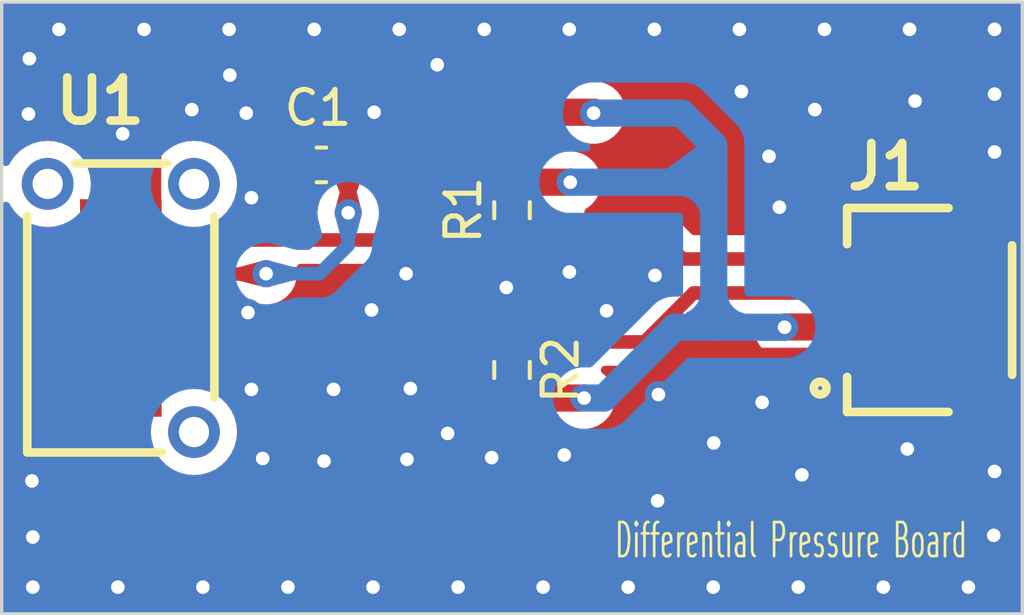
<source format=kicad_pcb>
(kicad_pcb (version 20221018) (generator pcbnew)
  (layers (0 "F.Cu" signal) (31 "B.Cu" signal) (34 "B.Paste" user) (35 "F.Paste" user) (36 "B.SilkS" user "B.Silkscreen") (37 "F.SilkS" user "F.Silkscreen") (38 "B.Mask" user) (39 "F.Mask" user) (44 "Edge.Cuts" user))
  (net 0 "")
  (net 1 "+3.3V")
  (net 2 "GND")
  (net 3 "/SDA")
  (net 4 "/SCL")
  (footprint "Capacitor_SMD:C_0603_1608Metric" (layer "F.Cu") (at 109.3978 86.7918 180)
    (fp_text reference "C1" (at 0.1016 1.6764) (layer "F.SilkS"))
    (fp_text value "100n" hide)
    (fp_line (start -0.14058 -0.51) (end 0.14058 -0.51) (stroke (width 0.12)) (layer "F.SilkS"))
    (fp_line (start -0.14058 0.51) (end 0.14058 0.51) (stroke (width 0.12)) (layer "F.SilkS"))
    (pad "1" smd roundrect (at -0.775 0 180) (size 0.9 0.95) (layers "F.Cu" "F.Paste" "F.Mask") (net 1 "+3.3V"))
    (pad "2" smd roundrect (at 0.775 0 180) (size 0.9 0.95) (layers "F.Cu" "F.Paste" "F.Mask") (net 2 "GND"))
  )
  (footprint "Resistor_SMD:R_0603_1608Metric" (layer "F.Cu") (at 115 92.8238 -90)
    (fp_text reference "R2" (at 0 -1.43 90) (layer "F.SilkS"))
    (fp_text value "10k" hide)
    (fp_line (start -0.237258 -0.5225) (end 0.237258 -0.5225) (stroke (width 0.12)) (layer "F.SilkS"))
    (fp_line (start -0.237258 0.5225) (end 0.237258 0.5225) (stroke (width 0.12)) (layer "F.SilkS"))
    (pad "1" smd roundrect (at -0.825 0 270) (size 0.8 0.95) (layers "F.Cu" "F.Paste" "F.Mask") (net 4 "/SCL"))
    (pad "2" smd roundrect (at 0.825 0 270) (size 0.8 0.95) (layers "F.Cu" "F.Paste" "F.Mask") (net 1 "+3.3V"))
  )
  (footprint "SM04B:SM04B-SRSS-TB_LFSN_" (layer "F.Cu") (at 129.7 94.059 90)
    (fp_text reference "J1" (at 7.2164 -3.716 180) (layer "F.SilkS") (effects (font (size 1.27 1.27) (thickness 0.254))))
    (fp_text value "SM04B-SRSS-TB_LFSN_" hide)
    (fp_line (start 0 -4.85) (end 0 -1.87) (stroke (width 0.254)) (layer "F.SilkS"))
    (fp_line (start 0 -4.85) (end 1.029 -4.85) (stroke (width 0.254)) (layer "F.SilkS"))
    (fp_line (start 1.094 0) (end 4.903 0) (stroke (width 0.254)) (layer "F.SilkS"))
    (fp_line (start 6 -4.85) (end 4.937 -4.85) (stroke (width 0.254)) (layer "F.SilkS"))
    (fp_line (start 6 -4.85) (end 6 -1.87) (stroke (width 0.254)) (layer "F.SilkS"))
    (fp_circle (center 0.702 -5.642) (end 0.702 -5.58163) (stroke (width 0.254)) (fill none) (layer "F.SilkS"))
    (pad "1" smd rect (at 1.5 -4.661 90) (size 0.6 1.55) (layers "F.Cu" "F.Paste" "F.Mask") (net 2 "GND"))
    (pad "2" smd rect (at 2.5 -4.661 90) (size 0.6 1.55) (layers "F.Cu" "F.Paste" "F.Mask") (net 1 "+3.3V"))
    (pad "3" smd rect (at 3.5 -4.661 90) (size 0.6 1.55) (layers "F.Cu" "F.Paste" "F.Mask") (net 4 "/SCL"))
    (pad "4" smd rect (at 4.5 -4.661 90) (size 0.6 1.55) (layers "F.Cu" "F.Paste" "F.Mask") (net 3 "/SDA"))
    (pad "5" smd rect (at 0.2 -0.786 90) (size 1.2 1.8) (layers "F.Cu" "F.Paste" "F.Mask"))
    (pad "6" smd rect (at 5.8 -0.786 90) (size 1.2 1.8) (layers "F.Cu" "F.Paste" "F.Mask"))
  )
  (footprint "sdp31:SDP31-500PA" (layer "F.Cu") (at 103.5014 91 90)
    (fp_text reference "U1" (at 6.0878 -0.606 180) (layer "F.SilkS") (effects (font (size 1.27 1.27) (thickness 0.254))))
    (fp_text value "SDP31-500Pa" hide)
    (fp_line (start -4.25 -2.75) (end -4.25 1.21267) (stroke (width 0.254)) (layer "F.SilkS"))
    (fp_line (start -4.25 -2.75) (end 2.71833 -2.75) (stroke (width 0.254)) (layer "F.SilkS"))
    (fp_line (start -2.649 2.75) (end 2.7 2.75) (stroke (width 0.254)) (layer "F.SilkS"))
    (fp_line (start 4.25 -1.35) (end 4.25 1.35) (stroke (width 0.254)) (layer "F.SilkS"))
    (pad "1" smd rect (at -2.825 -1 180) (size 0.4 0.75) (layers "F.Cu" "F.Paste" "F.Mask") (net 2 "GND"))
    (pad "2" smd rect (at -2.825 0 180) (size 0.4 0.75) (layers "F.Cu" "F.Paste" "F.Mask"))
    (pad "3" smd rect (at -2.825 1 180) (size 0.4 0.75) (layers "F.Cu" "F.Paste" "F.Mask"))
    (pad "4" smd rect (at -2 2.075 90) (size 0.4 0.75) (layers "F.Cu" "F.Paste" "F.Mask"))
    (pad "5" smd rect (at -1 2.075 90) (size 0.4 0.75) (layers "F.Cu" "F.Paste" "F.Mask") (net 4 "/SCL"))
    (pad "6" smd rect (at 0 2.075 90) (size 0.4 0.75) (layers "F.Cu" "F.Paste" "F.Mask"))
    (pad "7" smd rect (at 1 2.075 90) (size 0.4 0.75) (layers "F.Cu" "F.Paste" "F.Mask") (net 1 "+3.3V"))
    (pad "8" smd rect (at 2 2.075 90) (size 0.4 0.75) (layers "F.Cu" "F.Paste" "F.Mask") (net 3 "/SDA"))
    (pad "9" smd rect (at 2.825 1 180) (size 0.4 0.75) (layers "F.Cu" "F.Paste" "F.Mask") (net 2 "GND"))
    (pad "10" smd rect (at 2.825 0 180) (size 0.4 0.75) (layers "F.Cu" "F.Paste" "F.Mask"))
    (pad "11" smd rect (at 2.825 -1 180) (size 0.4 0.75) (layers "F.Cu" "F.Paste" "F.Mask"))
    (pad "12" smd rect (at 2 -2.075 90) (size 0.4 0.75) (layers "F.Cu" "F.Paste" "F.Mask"))
    (pad "13" smd rect (at 1 -2.075 90) (size 0.4 0.75) (layers "F.Cu" "F.Paste" "F.Mask"))
    (pad "14" smd rect (at 0 -2.075 90) (size 0.4 0.75) (layers "F.Cu" "F.Paste" "F.Mask"))
    (pad "15" smd rect (at -1 -2.075 90) (size 0.4 0.75) (layers "F.Cu" "F.Paste" "F.Mask"))
    (pad "16" smd rect (at -2 -2.075 90) (size 0.4 0.75) (layers "F.Cu" "F.Paste" "F.Mask"))
    (pad "17" smd rect (at 0 0.85 180) (size 0.9 1.8) (layers "F.Cu" "F.Paste" "F.Mask"))
    (pad "18" smd rect (at 0 -0.85 180) (size 0.9 1.8) (layers "F.Cu" "F.Paste" "F.Mask"))
    (pad "19" thru_hole circle (at 3.65 -2.15 90) (size 1.524 1.524) (drill 0.889) (layers "*.Cu" "*.Mask"))
    (pad "20" thru_hole circle (at 3.65 2.15 90) (size 1.524 1.524) (drill 0.889) (layers "*.Cu" "*.Mask"))
    (pad "21" thru_hole circle (at -3.65 2.15 90) (size 1.524 1.524) (drill 0.889) (layers "*.Cu" "*.Mask"))
  )
  (footprint "Resistor_SMD:R_0603_1608Metric" (layer "F.Cu") (at 115 88.1248 90)
    (fp_text reference "R1" (at 0 -1.43 90) (layer "F.SilkS"))
    (fp_text value "10k" hide)
    (fp_line (start -0.237258 -0.5225) (end 0.237258 -0.5225) (stroke (width 0.12)) (layer "F.SilkS"))
    (fp_line (start -0.237258 0.5225) (end 0.237258 0.5225) (stroke (width 0.12)) (layer "F.SilkS"))
    (pad "1" smd roundrect (at -0.825 0 90) (size 0.8 0.95) (layers "F.Cu" "F.Paste" "F.Mask") (net 3 "/SDA"))
    (pad "2" smd roundrect (at 0.825 0 90) (size 0.8 0.95) (layers "F.Cu" "F.Paste" "F.Mask") (net 1 "+3.3V"))
  )
  (gr_line (start 130 82) (end 100 82) (stroke (width 0.1)) (layer "Edge.Cuts"))
  (gr_line (start 130 100) (end 130 82) (stroke (width 0.1)) (layer "Edge.Cuts"))
  (gr_line (start 100 100) (end 130 100) (stroke (width 0.1)) (layer "Edge.Cuts"))
  (gr_line (start 100 82) (end 100 100) (stroke (width 0.1)) (layer "Edge.Cuts"))
  (gr_text "Differential Pressure Board" (at 117.983 98.425) (layer "F.SilkS") (effects (font (size 1 0.5) (thickness 0.08)) (justify left bottom)))
  (segment (start 110.1852 88.2005) (end 110.1852 86.8042) (width 0.4) (layer "F.Cu") (net 1))
  (segment (start 115 87.2998) (end 116.713 87.2998) (width 0.8) (layer "F.Cu") (net 1))
  (segment (start 107.7644 90) (end 107.7722 89.9922) (width 0.4) (layer "F.Cu") (net 1))
  (segment (start 113.7158 85.2424) (end 112.1664 86.7918) (width 0.8) (layer "F.Cu") (net 1))
  (segment (start 117.1194 93.6498) (end 115.001 93.6498) (width 0.8) (layer "F.Cu") (net 1))
  (segment (start 117.4242 85.2424) (end 113.7158 85.2424) (width 0.8) (layer "F.Cu") (net 1))
  (segment (start 112.1664 86.7918) (end 110.1728 86.7918) (width 0.8) (layer "F.Cu") (net 1))
  (segment (start 105.5764 90) (end 107.7644 90) (width 0.4) (layer "F.Cu") (net 1))
  (segment (start 125.039 91.559) (end 123.0202 91.559) (width 0.8) (layer "F.Cu") (net 1))
  (segment (start 123.0202 91.559) (end 123.0122 91.567) (width 0.8) (layer "F.Cu") (net 1))
  (segment (start 115.001 93.6498) (end 115 93.6488) (width 0.8) (layer "F.Cu") (net 1))
  (segment (start 110.1852 86.8042) (end 110.1728 86.7918) (width 0.4) (layer "F.Cu") (net 1))
  (via (at 117.3988 85.2678) (size 0.8) (drill 0.4) (layers "F.Cu" "B.Cu") (net 1))
  (via (at 117.1194 93.6498) (size 0.8) (drill 0.4) (layers "F.Cu" "B.Cu") (net 1))
  (via (at 110.1852 88.2005) (size 0.8) (drill 0.4) (layers "F.Cu" "B.Cu") (net 1))
  (via (at 107.7722 89.9922) (size 0.8) (drill 0.4) (layers "F.Cu" "B.Cu") (net 1))
  (via (at 116.713 87.2998) (size 0.8) (drill 0.4) (layers "F.Cu" "B.Cu") (net 1))
  (via (at 123.0122 91.567) (size 0.8) (drill 0.4) (layers "F.Cu" "B.Cu") (net 1))
  (segment (start 120.9294 91.567) (end 119.7864 91.567) (width 0.8) (layer "B.Cu") (net 1))
  (segment (start 109.347 89.9922) (end 110.1852 89.154) (width 0.4) (layer "B.Cu") (net 1))
  (segment (start 117.7036 93.6498) (end 117.1194 93.6498) (width 0.8) (layer "B.Cu") (net 1))
  (segment (start 123.0122 91.567) (end 120.9294 91.567) (width 0.8) (layer "B.Cu") (net 1))
  (segment (start 119.9896 85.2678) (end 117.3988 85.2678) (width 0.8) (layer "B.Cu") (net 1))
  (segment (start 119.7864 91.567) (end 117.7036 93.6498) (width 0.8) (layer "B.Cu") (net 1))
  (segment (start 120.9294 86.2076) (end 119.9896 85.2678) (width 0.8) (layer "B.Cu") (net 1))
  (segment (start 110.1852 89.154) (end 110.1852 88.2005) (width 0.4) (layer "B.Cu") (net 1))
  (segment (start 107.7722 89.9922) (end 109.347 89.9922) (width 0.4) (layer "B.Cu") (net 1))
  (segment (start 120.9294 87.2998) (end 120.9294 86.2076) (width 0.8) (layer "B.Cu") (net 1))
  (segment (start 116.713 87.2998) (end 120.9294 87.2998) (width 0.8) (layer "B.Cu") (net 1))
  (segment (start 120.9294 91.567) (end 120.9294 87.2998) (width 0.8) (layer "B.Cu") (net 1))
  (segment (start 102.489 96.1136) (end 102.5014 96.1012) (width 0.8) (layer "F.Cu") (net 2))
  (segment (start 102.5014 96.1012) (end 102.5014 93.825) (width 0.8) (layer "F.Cu") (net 2))
  (segment (start 104.4894 88.163) (end 104.4894 84.6898) (width 0.4) (layer "F.Cu") (net 2))
  (segment (start 104.4702 88.1438) (end 104.5014 88.175) (width 0.4) (layer "F.Cu") (net 2))
  (segment (start 106.68 84.1756) (end 106.7054 84.1502) (width 0.4) (layer "F.Cu") (net 2))
  (segment (start 112.3442 96.6978) (end 103.0732 96.6978) (width 0.8) (layer "F.Cu") (net 2))
  (segment (start 104.5014 88.175) (end 104.4894 88.163) (width 0.4) (layer "F.Cu") (net 2))
  (segment (start 125.039 92.559) (end 125.030999 92.567001) (width 0.8) (layer "F.Cu") (net 2))
  (segment (start 103.0732 96.6978) (end 102.489 96.1136) (width 0.8) (layer "F.Cu") (net 2))
  (segment (start 121.707399 92.567001) (end 117.5766 96.6978) (width 0.8) (layer "F.Cu") (net 2))
  (segment (start 117.5766 96.6978) (end 112.3442 96.6978) (width 0.8) (layer "F.Cu") (net 2))
  (segment (start 125.030999 92.567001) (end 121.707399 92.567001) (width 0.8) (layer "F.Cu") (net 2))
  (segment (start 105.0036 84.1756) (end 106.68 84.1756) (width 0.4) (layer "F.Cu") (net 2))
  (segment (start 113.1062 96.6724) (end 113.1062 94.6912) (width 0.8) (layer "F.Cu") (net 2))
  (segment (start 104.4894 84.6898) (end 105.0036 84.1756) (width 0.4) (layer "F.Cu") (net 2))
  (via (at 125.9142 99.2124) (size 0.8) (drill 0.4) (layers "F.Cu" "B.Cu") (net 2))
  (via (at 111.6844 82.804) (size 0.8) (drill 0.4) (layers "F.Cu" "B.Cu") (net 2))
  (via (at 113.1062 94.6912) (size 0.8) (drill 0.4) (layers "F.Cu" "B.Cu") (net 2))
  (via (at 119.2022 90.043) (size 0.8) (drill 0.4) (layers "F.Cu" "B.Cu") (net 2))
  (via (at 112.014 93.3704) (size 0.8) (drill 0.4) (layers "F.Cu" "B.Cu") (net 2))
  (via (at 110.9142 99.2124) (size 0.8) (drill 0.4) (layers "F.Cu" "B.Cu") (net 2))
  (via (at 100.7872 85.2932) (size 0.8) (drill 0.4) (layers "F.Cu" "B.Cu") (net 2))
  (via (at 104.1844 82.804) (size 0.8) (drill 0.4) (layers "F.Cu" "B.Cu") (net 2))
  (via (at 115.9142 99.2124) (size 0.8) (drill 0.4) (layers "F.Cu" "B.Cu") (net 2))
  (via (at 111.887 89.9922) (size 0.8) (drill 0.4) (layers "F.Cu" "B.Cu") (net 2))
  (via (at 116.6844 82.804) (size 0.8) (drill 0.4) (layers "F.Cu" "B.Cu") (net 2))
  (via (at 109.474 95.504) (size 0.8) (drill 0.4) (layers "F.Cu" "B.Cu") (net 2))
  (via (at 124.1844 82.804) (size 0.8) (drill 0.4) (layers "F.Cu" "B.Cu") (net 2))
  (via (at 107.3404 87.757) (size 0.8) (drill 0.4) (layers "F.Cu" "B.Cu") (net 2))
  (via (at 121.6844 82.804) (size 0.8) (drill 0.4) (layers "F.Cu" "B.Cu") (net 2))
  (via (at 110.9472 85.2424) (size 0.8) (drill 0.4) (layers "F.Cu" "B.Cu") (net 2))
  (via (at 120.9142 99.2124) (size 0.8) (drill 0.4) (layers "F.Cu" "B.Cu") (net 2))
  (via (at 118.4142 99.2124) (size 0.8) (drill 0.4) (layers "F.Cu" "B.Cu") (net 2))
  (via (at 110.871 91.059) (size 0.8) (drill 0.4) (layers "F.Cu" "B.Cu") (net 2))
  (via (at 129.159 97.6884) (size 0.8) (drill 0.4) (layers "F.Cu" "B.Cu") (net 2))
  (via (at 122.555 86.5378) (size 0.8) (drill 0.4) (layers "F.Cu" "B.Cu") (net 2))
  (via (at 112.8014 83.8454) (size 0.8) (drill 0.4) (layers "F.Cu" "B.Cu") (net 2))
  (via (at 107.6706 95.4278) (size 0.8) (drill 0.4) (layers "F.Cu" "B.Cu") (net 2))
  (via (at 109.1844 82.804) (size 0.8) (drill 0.4) (layers "F.Cu" "B.Cu") (net 2))
  (via (at 101.6844 82.804) (size 0.8) (drill 0.4) (layers "F.Cu" "B.Cu") (net 2))
  (via (at 119.2784 96.6724) (size 0.8) (drill 0.4) (layers "F.Cu" "B.Cu") (net 2))
  (via (at 107.188 85.2678) (size 0.8) (drill 0.4) (layers "F.Cu" "B.Cu") (net 2))
  (via (at 107.2388 91.1352) (size 0.8) (drill 0.4) (layers "F.Cu" "B.Cu") (net 2))
  (via (at 120.9294 94.9706) (size 0.8) (drill 0.4) (layers "F.Cu" "B.Cu") (net 2))
  (via (at 122.3518 93.7768) (size 0.8) (drill 0.4) (layers "F.Cu" "B.Cu") (net 2))
  (via (at 123.5202 95.9104) (size 0.8) (drill 0.4) (layers "F.Cu" "B.Cu") (net 2))
  (via (at 129.1844 84.709) (size 0.8) (drill 0.4) (layers "F.Cu" "B.Cu") (net 2))
  (via (at 100.8888 96.0882) (size 0.8) (drill 0.4) (layers "F.Cu" "B.Cu") (net 2))
  (via (at 100.8126 83.6676) (size 0.8) (drill 0.4) (layers "F.Cu" "B.Cu") (net 2))
  (via (at 114.8334 90.3986) (size 0.8) (drill 0.4) (layers "F.Cu" "B.Cu") (net 2))
  (via (at 128.4142 99.2124) (size 0.8) (drill 0.4) (layers "F.Cu" "B.Cu") (net 2))
  (via (at 129.1844 82.804) (size 0.8) (drill 0.4) (layers "F.Cu" "B.Cu") (net 2))
  (via (at 123.9012 85.1662) (size 0.8) (drill 0.4) (layers "F.Cu" "B.Cu") (net 2))
  (via (at 111.9124 95.4532) (size 0.8) (drill 0.4) (layers "F.Cu" "B.Cu") (net 2))
  (via (at 129.1844 86.4108) (size 0.8) (drill 0.4) (layers "F.Cu" "B.Cu") (net 2))
  (via (at 106.6844 82.804) (size 0.8) (drill 0.4) (layers "F.Cu" "B.Cu") (net 2))
  (via (at 108.4142 99.2124) (size 0.8) (drill 0.4) (layers "F.Cu" "B.Cu") (net 2))
  (via (at 113.4142 99.2124) (size 0.8) (drill 0.4) (layers "F.Cu" "B.Cu") (net 2))
  (via (at 114.4016 95.4024) (size 0.8) (drill 0.4) (layers "F.Cu" "B.Cu") (net 2))
  (via (at 107.3404 93.3958) (size 0.8) (drill 0.4) (layers "F.Cu" "B.Cu") (net 2))
  (via (at 121.7422 84.6328) (size 0.8) (drill 0.4) (layers "F.Cu" "B.Cu") (net 2))
  (via (at 126.6844 82.804) (size 0.8) (drill 0.4) (layers "F.Cu" "B.Cu") (net 2))
  (via (at 100.9142 97.7392) (size 0.8) (drill 0.4) (layers "F.Cu" "B.Cu") (net 2))
  (via (at 105.9142 99.2124) (size 0.8) (drill 0.4) (layers "F.Cu" "B.Cu") (net 2))
  (via (at 126.8476 84.9122) (size 0.8) (drill 0.4) (layers "F.Cu" "B.Cu") (net 2))
  (via (at 114.1844 82.804) (size 0.8) (drill 0.4) (layers "F.Cu" "B.Cu") (net 2))
  (via (at 122.8598 88.0364) (size 0.8) (drill 0.4) (layers "F.Cu" "B.Cu") (net 2))
  (via (at 105.5878 85.1662) (size 0.8) (drill 0.4) (layers "F.Cu" "B.Cu") (net 2))
  (via (at 116.5352 95.3262) (size 0.8) (drill 0.4) (layers "F.Cu" "B.Cu") (net 2))
  (via (at 117.7798 91.0844) (size 0.8) (drill 0.4) (layers "F.Cu" "B.Cu") (net 2))
  (via (at 123.4142 99.2124) (size 0.8) (drill 0.4) (layers "F.Cu" "B.Cu") (net 2))
  (via (at 106.7054 84.1502) (size 0.8) (drill 0.4) (layers "F.Cu" "B.Cu") (net 2))
  (via (at 129.1844 95.8088) (size 0.8) (drill 0.4) (layers "F.Cu" "B.Cu") (net 2))
  (via (at 103.4142 99.2124) (size 0.8) (drill 0.4) (layers "F.Cu" "B.Cu") (net 2))
  (via (at 116.6876 89.9414) (size 0.8) (drill 0.4) (layers "F.Cu" "B.Cu") (net 2))
  (via (at 103.5558 85.8774) (size 0.8) (drill 0.4) (layers "F.Cu" "B.Cu") (net 2))
  (via (at 119.3038 93.5482) (size 0.8) (drill 0.4) (layers "F.Cu" "B.Cu") (net 2))
  (via (at 109.7534 93.3958) (size 0.8) (drill 0.4) (layers "F.Cu" "B.Cu") (net 2))
  (via (at 119.1844 82.804) (size 0.8) (drill 0.4) (layers "F.Cu" "B.Cu") (net 2))
  (via (at 126.619 95.1484) (size 0.8) (drill 0.4) (layers "F.Cu" "B.Cu") (net 2))
  (via (at 100.9142 99.2124) (size 0.8) (drill 0.4) (layers "F.Cu" "B.Cu") (net 2))
  (segment (start 113.1316 85.852) (end 111.4298 84.1502) (width 0.8) (layer "B.Cu") (net 2))
  (segment (start 111.4298 84.1502) (end 106.7054 84.1502) (width 0.8) (layer "B.Cu") (net 2))
  (segment (start 113.1316 94.7166) (end 113.1316 85.852) (width 0.8) (layer "B.Cu") (net 2))
  (segment (start 113.2316 89) (end 113.2332 89.0016) (width 0.4) (layer "F.Cu") (net 3))
  (segment (start 113.2332 89.0016) (end 119.4562 89.0016) (width 0.4) (layer "F.Cu") (net 3))
  (segment (start 119.4562 89.0016) (end 120.0136 89.559) (width 0.4) (layer "F.Cu") (net 3))
  (segment (start 120.0136 89.559) (end 125.039 89.559) (width 0.4) (layer "F.Cu") (net 3))
  (segment (start 105.5764 89) (end 113.2316 89) (width 0.4) (layer "F.Cu") (net 3))
  (segment (start 113.284 91.9988) (end 118.8974 91.9988) (width 0.4) (layer "F.Cu") (net 4))
  (segment (start 113.2828 92) (end 113.284 91.9988) (width 0.4) (layer "F.Cu") (net 4))
  (segment (start 105.5764 92) (end 113.2828 92) (width 0.4) (layer "F.Cu") (net 4))
  (segment (start 118.8974 91.9988) (end 120.3372 90.559) (width 0.4) (layer "F.Cu") (net 4))
  (segment (start 120.3372 90.559) (end 125.039 90.559) (width 0.4) (layer "F.Cu") (net 4))
  (zone (net 2) (net_name "GND") (layer "F.Cu") (connect_pads (clearance 0.5)) (min_thickness 0.25) (fill yes (thermal_gap 0.5) (thermal_bridge_width 0.5))
    (polygon (pts (xy 99.9744 81.9658) (xy 99.9744 99.9744) (xy 130.0226 99.9998) (xy 130.048 81.9658) (xy 100.0252 82.0166)))
  )
  (zone (net 2) (net_name "GND") (layers "F&B.Cu") (priority 3) (connect_pads (clearance 0.5)) (min_thickness 0.25) (fill yes (thermal_gap 0.5) (thermal_bridge_width 0.5))
    (polygon (pts (xy 113.1316 95.3008) (xy 111.252 96.647) (xy 114.8334 96.6724)))
  )
  (zone (net 1) (net_name "+3.3V") (layer "B.Cu") (priority 1) (connect_pads (clearance 0.5)) (min_thickness 0.25) (fill yes (thermal_gap 0.5) (thermal_bridge_width 0.5))
    (polygon (pts (xy 120.9548 89.9414) (xy 119.8626 91.5162) (xy 122.1486 91.5416) (xy 120.9548 89.9668)))
  )
  (zone (net 1) (net_name "+3.3V") (layer "B.Cu") (priority 2) (connect_pads (clearance 0.5)) (min_thickness 0.25) (fill yes (thermal_gap 0.5) (thermal_bridge_width 0.5))
    (polygon (pts (xy 120.8024 85.979) (xy 119.0498 87.2744) (xy 120.8786 88.6714)))
  )
  (zone (net 2) (net_name "GND") (layer "B.Cu") (priority 4) (connect_pads (clearance 0.5)) (min_thickness 0.25) (fill yes (thermal_gap 0.5) (thermal_bridge_width 0.5))
    (polygon (pts (xy 99.9744 81.9658) (xy 99.9998 99.9744) (xy 130.048 99.9744) (xy 129.9972 81.9912) (xy 100.0252 81.9404)))
  )
)
</source>
